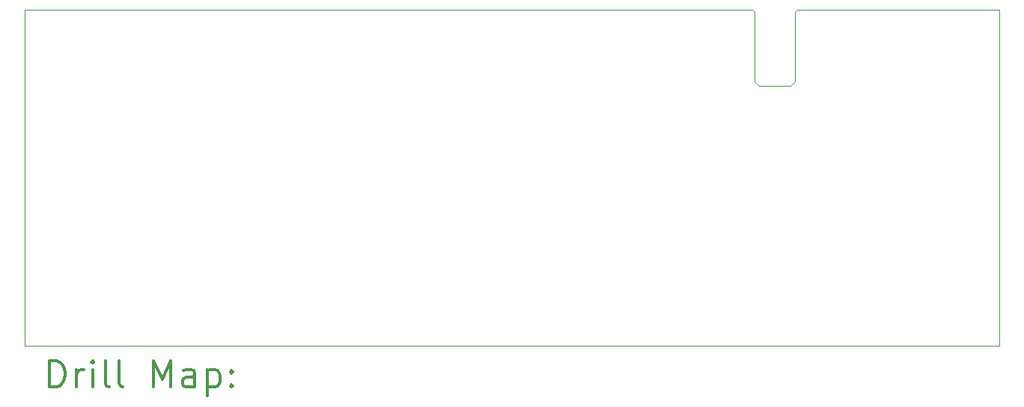
<source format=gbr>
%FSLAX45Y45*%
G04 Gerber Fmt 4.5, Leading zero omitted, Abs format (unit mm)*
G04 Created by KiCad (PCBNEW (5.1.10)-1) date 2021-12-14 16:32:32*
%MOMM*%
%LPD*%
G01*
G04 APERTURE LIST*
%TA.AperFunction,Profile*%
%ADD10C,0.050000*%
%TD*%
%ADD11C,0.200000*%
%ADD12C,0.300000*%
G04 APERTURE END LIST*
D10*
X20345400Y-4749800D02*
X20370800Y-4775200D01*
X12115800Y-5537200D02*
X12115800Y-4749800D01*
X12115800Y-8559800D02*
X12115800Y-5537200D01*
X13944600Y-8559800D02*
X12115800Y-8559800D01*
X18161000Y-8559800D02*
X13944600Y-8559800D01*
X23139400Y-8559800D02*
X18161000Y-8559800D01*
X23139400Y-4749800D02*
X23139400Y-8559800D01*
X20853400Y-4749800D02*
X23139400Y-4749800D01*
X20828000Y-4775200D02*
X20853400Y-4749800D01*
X20828000Y-5562600D02*
X20828000Y-4775200D01*
X20777200Y-5613400D02*
X20828000Y-5562600D01*
X20421600Y-5613400D02*
X20777200Y-5613400D01*
X20370800Y-5562600D02*
X20421600Y-5613400D01*
X20370800Y-4775200D02*
X20370800Y-5562600D01*
X12115800Y-4749800D02*
X20345400Y-4749800D01*
D11*
D12*
X12399728Y-9028014D02*
X12399728Y-8728014D01*
X12471157Y-8728014D01*
X12514014Y-8742300D01*
X12542586Y-8770872D01*
X12556871Y-8799443D01*
X12571157Y-8856586D01*
X12571157Y-8899443D01*
X12556871Y-8956586D01*
X12542586Y-8985157D01*
X12514014Y-9013729D01*
X12471157Y-9028014D01*
X12399728Y-9028014D01*
X12699728Y-9028014D02*
X12699728Y-8828014D01*
X12699728Y-8885157D02*
X12714014Y-8856586D01*
X12728300Y-8842300D01*
X12756871Y-8828014D01*
X12785443Y-8828014D01*
X12885443Y-9028014D02*
X12885443Y-8828014D01*
X12885443Y-8728014D02*
X12871157Y-8742300D01*
X12885443Y-8756586D01*
X12899728Y-8742300D01*
X12885443Y-8728014D01*
X12885443Y-8756586D01*
X13071157Y-9028014D02*
X13042586Y-9013729D01*
X13028300Y-8985157D01*
X13028300Y-8728014D01*
X13228300Y-9028014D02*
X13199728Y-9013729D01*
X13185443Y-8985157D01*
X13185443Y-8728014D01*
X13571157Y-9028014D02*
X13571157Y-8728014D01*
X13671157Y-8942300D01*
X13771157Y-8728014D01*
X13771157Y-9028014D01*
X14042586Y-9028014D02*
X14042586Y-8870872D01*
X14028300Y-8842300D01*
X13999728Y-8828014D01*
X13942586Y-8828014D01*
X13914014Y-8842300D01*
X14042586Y-9013729D02*
X14014014Y-9028014D01*
X13942586Y-9028014D01*
X13914014Y-9013729D01*
X13899728Y-8985157D01*
X13899728Y-8956586D01*
X13914014Y-8928014D01*
X13942586Y-8913729D01*
X14014014Y-8913729D01*
X14042586Y-8899443D01*
X14185443Y-8828014D02*
X14185443Y-9128014D01*
X14185443Y-8842300D02*
X14214014Y-8828014D01*
X14271157Y-8828014D01*
X14299728Y-8842300D01*
X14314014Y-8856586D01*
X14328300Y-8885157D01*
X14328300Y-8970872D01*
X14314014Y-8999443D01*
X14299728Y-9013729D01*
X14271157Y-9028014D01*
X14214014Y-9028014D01*
X14185443Y-9013729D01*
X14456871Y-8999443D02*
X14471157Y-9013729D01*
X14456871Y-9028014D01*
X14442586Y-9013729D01*
X14456871Y-8999443D01*
X14456871Y-9028014D01*
X14456871Y-8842300D02*
X14471157Y-8856586D01*
X14456871Y-8870872D01*
X14442586Y-8856586D01*
X14456871Y-8842300D01*
X14456871Y-8870872D01*
M02*

</source>
